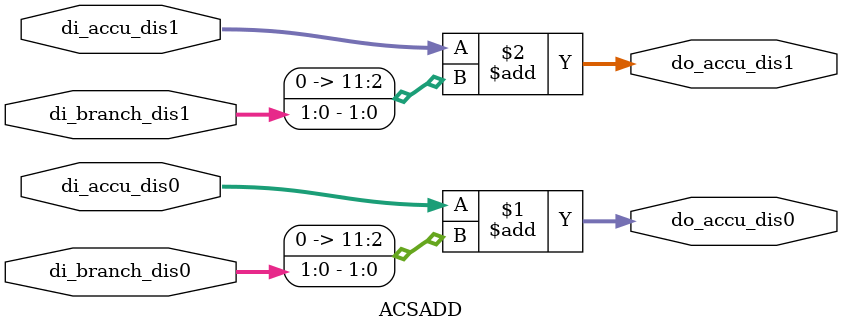
<source format=v>
`include "global_define.vh"      //% include global define file
`timescale 1ns / 1ps


module ACSADD(
    input [1:0] di_branch_dis0,        //% input branch hamming distance
    input [1:0] di_branch_dis1,        //% from CBD unit
    input [11:0] di_accu_dis0,         //% input previous accumulative hamming distance
    input [11:0] di_accu_dis1,
    output [11:0] do_accu_dis0,        //% output current accumulative hamming distance
    output [11:0] do_accu_dis1         //% for ACSCOM unit to select
    );

    assign do_accu_dis0 = di_accu_dis0 + {9'b0,di_branch_dis0};
    assign do_accu_dis1 = di_accu_dis1 + {9'b0,di_branch_dis1};
    

endmodule

</source>
